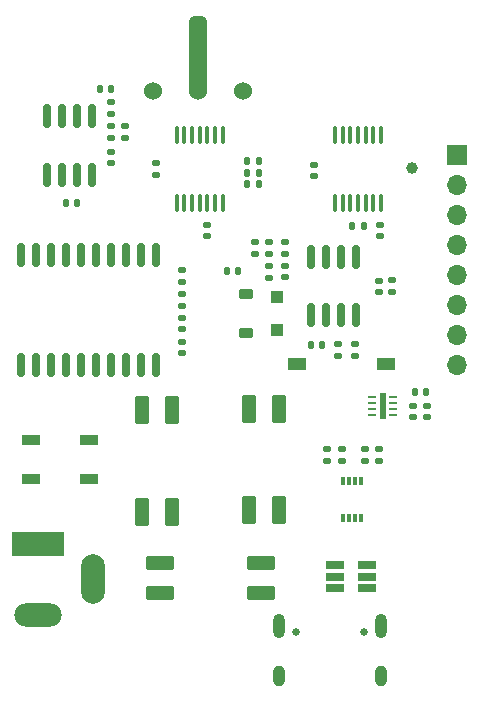
<source format=gbr>
%TF.GenerationSoftware,KiCad,Pcbnew,7.0.10*%
%TF.CreationDate,2024-03-09T04:50:20+08:00*%
%TF.ProjectId,ESP32Sensor-Sensor_board,45535033-3253-4656-9e73-6f722d53656e,rev?*%
%TF.SameCoordinates,Original*%
%TF.FileFunction,Soldermask,Bot*%
%TF.FilePolarity,Negative*%
%FSLAX46Y46*%
G04 Gerber Fmt 4.6, Leading zero omitted, Abs format (unit mm)*
G04 Created by KiCad (PCBNEW 7.0.10) date 2024-03-09 04:50:20*
%MOMM*%
%LPD*%
G01*
G04 APERTURE LIST*
G04 Aperture macros list*
%AMRoundRect*
0 Rectangle with rounded corners*
0 $1 Rounding radius*
0 $2 $3 $4 $5 $6 $7 $8 $9 X,Y pos of 4 corners*
0 Add a 4 corners polygon primitive as box body*
4,1,4,$2,$3,$4,$5,$6,$7,$8,$9,$2,$3,0*
0 Add four circle primitives for the rounded corners*
1,1,$1+$1,$2,$3*
1,1,$1+$1,$4,$5*
1,1,$1+$1,$6,$7*
1,1,$1+$1,$8,$9*
0 Add four rect primitives between the rounded corners*
20,1,$1+$1,$2,$3,$4,$5,0*
20,1,$1+$1,$4,$5,$6,$7,0*
20,1,$1+$1,$6,$7,$8,$9,0*
20,1,$1+$1,$8,$9,$2,$3,0*%
G04 Aperture macros list end*
%ADD10R,1.600000X1.000000*%
%ADD11C,1.524000*%
%ADD12RoundRect,0.381000X-0.381000X-2.794000X0.381000X-2.794000X0.381000X2.794000X-0.381000X2.794000X0*%
%ADD13C,0.650000*%
%ADD14O,1.000000X2.100000*%
%ADD15O,1.000000X1.800000*%
%ADD16R,4.500000X2.000000*%
%ADD17O,4.000000X2.000000*%
%ADD18O,2.000000X4.200000*%
%ADD19RoundRect,0.113000X-0.452000X1.107000X-0.452000X-1.107000X0.452000X-1.107000X0.452000X1.107000X0*%
%ADD20RoundRect,0.100000X-0.100000X0.637500X-0.100000X-0.637500X0.100000X-0.637500X0.100000X0.637500X0*%
%ADD21RoundRect,0.135000X-0.185000X0.135000X-0.185000X-0.135000X0.185000X-0.135000X0.185000X0.135000X0*%
%ADD22RoundRect,0.140000X-0.170000X0.140000X-0.170000X-0.140000X0.170000X-0.140000X0.170000X0.140000X0*%
%ADD23RoundRect,0.140000X0.170000X-0.140000X0.170000X0.140000X-0.170000X0.140000X-0.170000X-0.140000X0*%
%ADD24RoundRect,0.147500X0.147500X0.172500X-0.147500X0.172500X-0.147500X-0.172500X0.147500X-0.172500X0*%
%ADD25RoundRect,0.250000X0.300000X-0.300000X0.300000X0.300000X-0.300000X0.300000X-0.300000X-0.300000X0*%
%ADD26RoundRect,0.150000X-0.150000X0.825000X-0.150000X-0.825000X0.150000X-0.825000X0.150000X0.825000X0*%
%ADD27RoundRect,0.135000X0.185000X-0.135000X0.185000X0.135000X-0.185000X0.135000X-0.185000X-0.135000X0*%
%ADD28RoundRect,0.140000X0.140000X0.170000X-0.140000X0.170000X-0.140000X-0.170000X0.140000X-0.170000X0*%
%ADD29RoundRect,0.135000X0.135000X0.185000X-0.135000X0.185000X-0.135000X-0.185000X0.135000X-0.185000X0*%
%ADD30RoundRect,0.140000X-0.140000X-0.170000X0.140000X-0.170000X0.140000X0.170000X-0.140000X0.170000X0*%
%ADD31R,1.700000X1.700000*%
%ADD32O,1.700000X1.700000*%
%ADD33R,1.560000X0.650000*%
%ADD34RoundRect,0.225000X0.375000X-0.225000X0.375000X0.225000X-0.375000X0.225000X-0.375000X-0.225000X0*%
%ADD35RoundRect,0.113000X1.107000X0.452000X-1.107000X0.452000X-1.107000X-0.452000X1.107000X-0.452000X0*%
%ADD36RoundRect,0.147500X-0.147500X-0.172500X0.147500X-0.172500X0.147500X0.172500X-0.147500X0.172500X0*%
%ADD37R,0.300000X0.800000*%
%ADD38RoundRect,0.150000X-0.150000X0.875000X-0.150000X-0.875000X0.150000X-0.875000X0.150000X0.875000X0*%
%ADD39R,0.700000X0.250000*%
%ADD40R,0.610000X2.200000*%
%ADD41RoundRect,0.100000X0.100000X-0.637500X0.100000X0.637500X-0.100000X0.637500X-0.100000X-0.637500X0*%
%ADD42C,1.000000*%
%ADD43R,1.500000X0.900000*%
G04 APERTURE END LIST*
D10*
%TO.C,U14*%
X159300000Y-106012500D03*
%TD*%
%TO.C,U11*%
X166900000Y-106012500D03*
%TD*%
D11*
%TO.C,PD1*%
X154726500Y-82904500D03*
X147170000Y-82904500D03*
D12*
X150916500Y-79729500D03*
D11*
X150916500Y-82904500D03*
%TD*%
D13*
%TO.C,J3*%
X159210000Y-128710000D03*
X164990000Y-128710000D03*
D14*
X157780000Y-128210000D03*
D15*
X157780000Y-132390000D03*
X166420000Y-132390000D03*
D14*
X166420000Y-128210000D03*
%TD*%
D16*
%TO.C,J1*%
X137400000Y-121250000D03*
D17*
X137400000Y-127250000D03*
D18*
X142100000Y-124250000D03*
%TD*%
D19*
%TO.C,S2*%
X155230000Y-109800000D03*
X155230000Y-118400000D03*
X157770000Y-109800000D03*
X157770000Y-118400000D03*
%TD*%
D20*
%TO.C,U1*%
X162550000Y-86637500D03*
X163200000Y-86637500D03*
X163850000Y-86637500D03*
X164500000Y-86637500D03*
X165150000Y-86637500D03*
X165800000Y-86637500D03*
X166450000Y-86637500D03*
X166450000Y-92362500D03*
X165800000Y-92362500D03*
X165150000Y-92362500D03*
X164500000Y-92362500D03*
X163850000Y-92362500D03*
X163200000Y-92362500D03*
X162550000Y-92362500D03*
%TD*%
D21*
%TO.C,R6*%
X149600000Y-100090000D03*
X149600000Y-101110000D03*
%TD*%
D22*
%TO.C,C9*%
X149600000Y-102120000D03*
X149600000Y-103080000D03*
%TD*%
D23*
%TO.C,C33*%
X151700000Y-95180000D03*
X151700000Y-94220000D03*
%TD*%
%TO.C,C6*%
X147400000Y-89980000D03*
X147400000Y-89020000D03*
%TD*%
D24*
%TO.C,FB3*%
X170260000Y-108416000D03*
X169290000Y-108416000D03*
%TD*%
D23*
%TO.C,C15*%
X170375000Y-110496000D03*
X170375000Y-109536000D03*
%TD*%
D25*
%TO.C,CR2*%
X157600000Y-103100000D03*
X157600000Y-100300000D03*
%TD*%
D26*
%TO.C,U4*%
X138195000Y-85025000D03*
X139465000Y-85025000D03*
X140735000Y-85025000D03*
X142005000Y-85025000D03*
X142005000Y-89975000D03*
X140735000Y-89975000D03*
X139465000Y-89975000D03*
X138195000Y-89975000D03*
%TD*%
D27*
%TO.C,R9*%
X143600000Y-84810000D03*
X143600000Y-83790000D03*
%TD*%
%TO.C,R21*%
X161850000Y-114210000D03*
X161850000Y-113190000D03*
%TD*%
D22*
%TO.C,C3*%
X149600000Y-104120000D03*
X149600000Y-105080000D03*
%TD*%
D28*
%TO.C,C8*%
X140720000Y-92350000D03*
X139760000Y-92350000D03*
%TD*%
D27*
%TO.C,R12*%
X155800000Y-96720000D03*
X155800000Y-95700000D03*
%TD*%
D29*
%TO.C,R2*%
X156110000Y-88800000D03*
X155090000Y-88800000D03*
%TD*%
D30*
%TO.C,C11*%
X160520000Y-104400000D03*
X161480000Y-104400000D03*
%TD*%
D22*
%TO.C,C12*%
X157000000Y-95720000D03*
X157000000Y-96680000D03*
%TD*%
D29*
%TO.C,R3*%
X156110000Y-89800000D03*
X155090000Y-89800000D03*
%TD*%
D21*
%TO.C,R14*%
X162800000Y-104326200D03*
X162800000Y-105346200D03*
%TD*%
D31*
%TO.C,J6*%
X172900000Y-88280000D03*
D32*
X172900000Y-90820000D03*
X172900000Y-93360000D03*
X172900000Y-95900000D03*
X172900000Y-98440000D03*
X172900000Y-100980000D03*
X172900000Y-103520000D03*
X172900000Y-106060000D03*
%TD*%
D26*
%TO.C,U6*%
X160495000Y-96925000D03*
X161765000Y-96925000D03*
X163035000Y-96925000D03*
X164305000Y-96925000D03*
X164305000Y-101875000D03*
X163035000Y-101875000D03*
X161765000Y-101875000D03*
X160495000Y-101875000D03*
%TD*%
D21*
%TO.C,R11*%
X167400000Y-98910000D03*
X167400000Y-99930000D03*
%TD*%
D27*
%TO.C,R17*%
X165060000Y-114220000D03*
X165060000Y-113200000D03*
%TD*%
D33*
%TO.C,CR1*%
X162550000Y-124950000D03*
X162550000Y-124000000D03*
X162550000Y-123050000D03*
X165250000Y-123050000D03*
X165250000Y-124000000D03*
X165250000Y-124950000D03*
%TD*%
D21*
%TO.C,R13*%
X158300000Y-95690000D03*
X158300000Y-96710000D03*
%TD*%
D34*
%TO.C,CR3*%
X155000000Y-103350000D03*
X155000000Y-100050000D03*
%TD*%
D35*
%TO.C,S1*%
X156300000Y-122830000D03*
X147700000Y-122830000D03*
X156300000Y-125370000D03*
X147700000Y-125370000D03*
%TD*%
D36*
%TO.C,FB4*%
X153362600Y-98150000D03*
X154332600Y-98150000D03*
%TD*%
D37*
%TO.C,U12*%
X164750000Y-119050000D03*
X164250000Y-119050000D03*
X163750000Y-119050000D03*
X163250000Y-119050000D03*
X163250000Y-115950000D03*
X163750000Y-115950000D03*
X164250000Y-115950000D03*
X164750000Y-115950000D03*
%TD*%
D29*
%TO.C,R4*%
X156110000Y-90800000D03*
X155090000Y-90800000D03*
%TD*%
D22*
%TO.C,C13*%
X158300000Y-97720000D03*
X158300000Y-98680000D03*
%TD*%
D23*
%TO.C,C7*%
X143600000Y-88980000D03*
X143600000Y-88020000D03*
%TD*%
%TO.C,C4*%
X160800000Y-90091200D03*
X160800000Y-89131200D03*
%TD*%
D22*
%TO.C,C14*%
X166300000Y-98940000D03*
X166300000Y-99900000D03*
%TD*%
D28*
%TO.C,C10*%
X143580000Y-82700000D03*
X142620000Y-82700000D03*
%TD*%
D23*
%TO.C,C32*%
X166400000Y-95191200D03*
X166400000Y-94231200D03*
%TD*%
D21*
%TO.C,R15*%
X164200000Y-104326200D03*
X164200000Y-105346200D03*
%TD*%
D38*
%TO.C,U3*%
X135985000Y-96750000D03*
X137255000Y-96750000D03*
X138525000Y-96750000D03*
X139795000Y-96750000D03*
X141065000Y-96750000D03*
X142335000Y-96750000D03*
X143605000Y-96750000D03*
X144875000Y-96750000D03*
X146145000Y-96750000D03*
X147415000Y-96750000D03*
X147415000Y-106050000D03*
X146145000Y-106050000D03*
X144875000Y-106050000D03*
X143605000Y-106050000D03*
X142335000Y-106050000D03*
X141065000Y-106050000D03*
X139795000Y-106050000D03*
X138525000Y-106050000D03*
X137255000Y-106050000D03*
X135985000Y-106050000D03*
%TD*%
D39*
%TO.C,U7*%
X167500000Y-108800000D03*
X167500000Y-109300000D03*
X167500000Y-109800000D03*
X167500000Y-110300000D03*
X165650000Y-110300000D03*
X165650000Y-109800000D03*
X165650000Y-109300000D03*
X165650000Y-108800000D03*
D40*
X166575000Y-109550000D03*
%TD*%
D27*
%TO.C,R5*%
X149600000Y-99100000D03*
X149600000Y-98080000D03*
%TD*%
D23*
%TO.C,C21*%
X166270000Y-114190000D03*
X166270000Y-113230000D03*
%TD*%
D41*
%TO.C,U2*%
X153050000Y-92362500D03*
X152400000Y-92362500D03*
X151750000Y-92362500D03*
X151100000Y-92362500D03*
X150450000Y-92362500D03*
X149800000Y-92362500D03*
X149150000Y-92362500D03*
X149150000Y-86637500D03*
X149800000Y-86637500D03*
X150450000Y-86637500D03*
X151100000Y-86637500D03*
X151750000Y-86637500D03*
X152400000Y-86637500D03*
X153050000Y-86637500D03*
%TD*%
D27*
%TO.C,R8*%
X144800000Y-86910000D03*
X144800000Y-85890000D03*
%TD*%
D19*
%TO.C,S3*%
X146230000Y-109900000D03*
X146230000Y-118500000D03*
X148770000Y-109900000D03*
X148770000Y-118500000D03*
%TD*%
D27*
%TO.C,R7*%
X143600000Y-86910000D03*
X143600000Y-85890000D03*
%TD*%
D21*
%TO.C,R10*%
X157000000Y-97690000D03*
X157000000Y-98710000D03*
%TD*%
D42*
%TO.C,TP4*%
X169100000Y-89400000D03*
%TD*%
D27*
%TO.C,R20*%
X163100000Y-114210000D03*
X163100000Y-113190000D03*
%TD*%
D28*
%TO.C,C5*%
X164980000Y-94311200D03*
X164020000Y-94311200D03*
%TD*%
D43*
%TO.C,D1*%
X141750000Y-112450000D03*
X141750000Y-115750000D03*
X136850000Y-115750000D03*
X136850000Y-112450000D03*
%TD*%
D23*
%TO.C,C16*%
X169175000Y-110496000D03*
X169175000Y-109536000D03*
%TD*%
M02*

</source>
